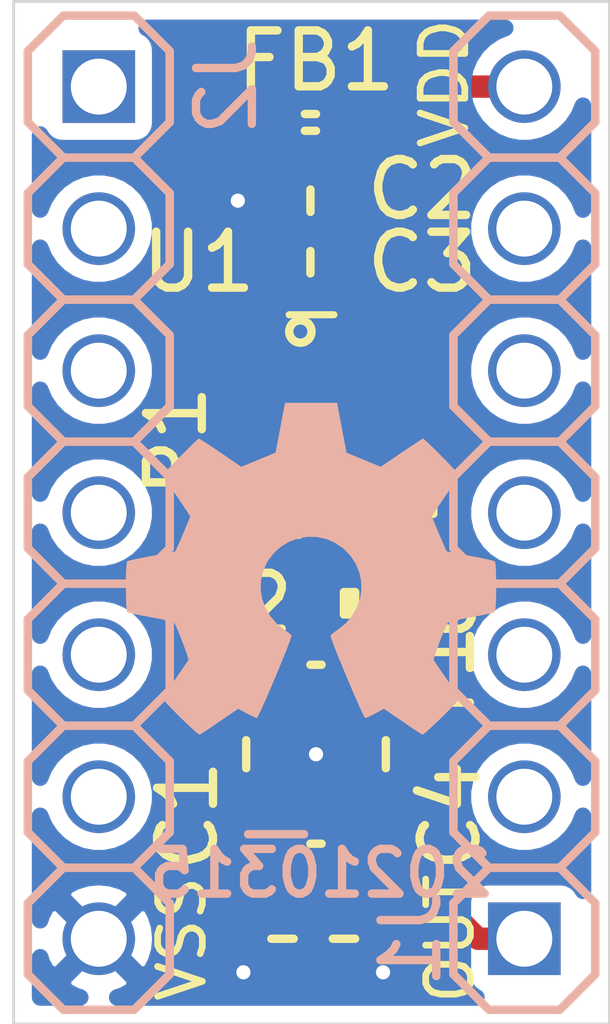
<source format=kicad_pcb>
(kicad_pcb (version 20171130) (host pcbnew 5.1.9-73d0e3b20d~88~ubuntu20.10.1)

  (general
    (thickness 1.6)
    (drawings 7)
    (tracks 71)
    (zones 0)
    (modules 14)
    (nets 21)
  )

  (page A4)
  (layers
    (0 F.Cu signal)
    (31 B.Cu signal)
    (32 B.Adhes user)
    (33 F.Adhes user)
    (34 B.Paste user)
    (35 F.Paste user)
    (36 B.SilkS user)
    (37 F.SilkS user)
    (38 B.Mask user)
    (39 F.Mask user)
    (40 Dwgs.User user)
    (41 Cmts.User user)
    (42 Eco1.User user)
    (43 Eco2.User user)
    (44 Edge.Cuts user)
    (45 Margin user)
    (46 B.CrtYd user)
    (47 F.CrtYd user)
    (48 B.Fab user)
    (49 F.Fab user)
  )

  (setup
    (last_trace_width 0.4)
    (user_trace_width 0.2)
    (user_trace_width 0.3)
    (user_trace_width 0.4)
    (user_trace_width 0.6)
    (user_trace_width 0.8)
    (user_trace_width 1)
    (user_trace_width 1.2)
    (user_trace_width 1.4)
    (user_trace_width 1.6)
    (user_trace_width 2)
    (trace_clearance 0.2)
    (zone_clearance 0.3)
    (zone_45_only no)
    (trace_min 0.1524)
    (via_size 0.8)
    (via_drill 0.4)
    (via_min_size 0.381)
    (via_min_drill 0.254)
    (user_via 0.4 0.254)
    (user_via 0.5 0.3)
    (user_via 0.6 0.4)
    (user_via 0.8 0.6)
    (user_via 1.1 0.8)
    (user_via 1.3 1)
    (user_via 1.5 1.2)
    (user_via 1.7 1.4)
    (user_via 1.9 1.6)
    (user_via 2.5 2)
    (uvia_size 0.3)
    (uvia_drill 0.1)
    (uvias_allowed no)
    (uvia_min_size 0.2)
    (uvia_min_drill 0.1)
    (edge_width 0.05)
    (segment_width 0.2)
    (pcb_text_width 0.3)
    (pcb_text_size 1.5 1.5)
    (mod_edge_width 0.12)
    (mod_text_size 0.8 0.8)
    (mod_text_width 0.12)
    (pad_size 1.524 1.524)
    (pad_drill 0.762)
    (pad_to_mask_clearance 0.0762)
    (solder_mask_min_width 0.1016)
    (pad_to_paste_clearance_ratio -0.1)
    (aux_axis_origin 0 0)
    (visible_elements FFFFFF7F)
    (pcbplotparams
      (layerselection 0x010fc_ffffffff)
      (usegerberextensions false)
      (usegerberattributes true)
      (usegerberadvancedattributes true)
      (creategerberjobfile true)
      (excludeedgelayer true)
      (linewidth 0.100000)
      (plotframeref false)
      (viasonmask false)
      (mode 1)
      (useauxorigin false)
      (hpglpennumber 1)
      (hpglpenspeed 20)
      (hpglpendiameter 15.000000)
      (psnegative false)
      (psa4output false)
      (plotreference true)
      (plotvalue true)
      (plotinvisibletext false)
      (padsonsilk false)
      (subtractmaskfromsilk false)
      (outputformat 1)
      (mirror false)
      (drillshape 1)
      (scaleselection 1)
      (outputdirectory ""))
  )

  (net 0 "")
  (net 1 /VSS)
  (net 2 "Net-(C1-Pad1)")
  (net 3 /VDD_int)
  (net 4 "Net-(C4-Pad1)")
  (net 5 /VDD)
  (net 6 /OUT)
  (net 7 "Net-(J1-Pad2)")
  (net 8 "Net-(J1-Pad3)")
  (net 9 "Net-(J1-Pad4)")
  (net 10 "Net-(J1-Pad5)")
  (net 11 "Net-(J1-Pad6)")
  (net 12 "Net-(J2-Pad1)")
  (net 13 "Net-(J2-Pad2)")
  (net 14 "Net-(J2-Pad3)")
  (net 15 "Net-(J2-Pad4)")
  (net 16 "Net-(J2-Pad5)")
  (net 17 "Net-(J2-Pad6)")
  (net 18 "Net-(R1-Pad1)")
  (net 19 "Net-(R3-Pad2)")
  (net 20 "Net-(U1-Pad1)")

  (net_class Default "This is the default net class."
    (clearance 0.2)
    (trace_width 0.25)
    (via_dia 0.8)
    (via_drill 0.4)
    (uvia_dia 0.3)
    (uvia_drill 0.1)
    (add_net /OUT)
    (add_net /VDD)
    (add_net /VDD_int)
    (add_net /VSS)
    (add_net "Net-(C1-Pad1)")
    (add_net "Net-(C4-Pad1)")
    (add_net "Net-(J1-Pad2)")
    (add_net "Net-(J1-Pad3)")
    (add_net "Net-(J1-Pad4)")
    (add_net "Net-(J1-Pad5)")
    (add_net "Net-(J1-Pad6)")
    (add_net "Net-(J2-Pad1)")
    (add_net "Net-(J2-Pad2)")
    (add_net "Net-(J2-Pad3)")
    (add_net "Net-(J2-Pad4)")
    (add_net "Net-(J2-Pad5)")
    (add_net "Net-(J2-Pad6)")
    (add_net "Net-(R1-Pad1)")
    (add_net "Net-(R3-Pad2)")
    (add_net "Net-(U1-Pad1)")
  )

  (module SquantorRcl:R_0805+0603 (layer F.Cu) (tedit 5DB204EF) (tstamp 6044C226)
    (at 159.7 68.4 180)
    (descr "Resistor SMD 0805, reflow soldering, Vishay (see dcrcw.pdf)")
    (tags "resistor 0805")
    (path /6044E086)
    (attr smd)
    (fp_text reference R1 (at 2.1 1.1 90) (layer F.SilkS)
      (effects (font (size 1 1) (thickness 0.15)))
    )
    (fp_text value Rf (at 2.1 1 90) (layer F.Fab)
      (effects (font (size 1 1) (thickness 0.15)))
    )
    (fp_line (start -1 0.625) (end -1 -0.625) (layer F.Fab) (width 0.1))
    (fp_line (start 1 0.625) (end -1 0.625) (layer F.Fab) (width 0.1))
    (fp_line (start 1 -0.625) (end 1 0.625) (layer F.Fab) (width 0.1))
    (fp_line (start -1 -0.625) (end 1 -0.625) (layer F.Fab) (width 0.1))
    (fp_line (start -1.55 -0.95) (end 1.55 -0.95) (layer F.CrtYd) (width 0.05))
    (fp_line (start -1.55 0.95) (end 1.55 0.95) (layer F.CrtYd) (width 0.05))
    (fp_line (start -1.55 -0.95) (end -1.55 0.95) (layer F.CrtYd) (width 0.05))
    (fp_line (start 1.55 -0.95) (end 1.55 0.95) (layer F.CrtYd) (width 0.05))
    (fp_poly (pts (xy -0.1 -0.6) (xy -0.1 0.6) (xy 0.1 0.6) (xy 0.1 -0.6)) (layer F.SilkS) (width 0.1))
    (pad 2 smd rect (at 0.775 0 180) (size 1.05 1.3) (layers F.Cu F.Paste F.Mask)
      (net 2 "Net-(C1-Pad1)"))
    (pad 1 smd rect (at -0.775 0 180) (size 1.05 1.3) (layers F.Cu F.Paste F.Mask)
      (net 18 "Net-(R1-Pad1)"))
    (model ${KISYS3DMOD}/Resistor_SMD.3dshapes/R_0805_2012Metric.step
      (at (xyz 0 0 0))
      (scale (xyz 1 1 1))
      (rotate (xyz 0 0 0))
    )
  )

  (module SquantorCrystal:Crystal_3225_4 (layer F.Cu) (tedit 5D56AE32) (tstamp 6044C27D)
    (at 160.1 72.9 270)
    (descr "SMD crystal 3225 size")
    (tags "SMD 3225")
    (path /6044F99D)
    (attr smd)
    (fp_text reference Y1 (at -1.4 -2.3 270) (layer F.SilkS)
      (effects (font (size 1 1) (thickness 0.15)))
    )
    (fp_text value Any (at -0.3 -2.2 90) (layer F.Fab)
      (effects (font (size 1 1) (thickness 0.15)))
    )
    (fp_line (start -2.05 1.45) (end -2.05 1.7) (layer F.SilkS) (width 0.15))
    (fp_line (start -2.05 1.7) (end -1.8 1.7) (layer F.SilkS) (width 0.15))
    (fp_line (start -2.05 1.7) (end -2.05 -1.7) (layer F.CrtYd) (width 0.05))
    (fp_line (start 2.05 1.7) (end -2.05 1.7) (layer F.CrtYd) (width 0.05))
    (fp_line (start 2.05 -1.7) (end 2.05 1.7) (layer F.CrtYd) (width 0.05))
    (fp_line (start -2.05 -1.7) (end 2.05 -1.7) (layer F.CrtYd) (width 0.05))
    (fp_line (start -1.6 1.25) (end -1.6 -1.25) (layer F.Fab) (width 0.15))
    (fp_line (start 1.6 1.25) (end -1.6 1.25) (layer F.Fab) (width 0.15))
    (fp_line (start 1.6 -1.25) (end 1.6 1.25) (layer F.Fab) (width 0.15))
    (fp_line (start -1.6 -1.25) (end 1.6 -1.25) (layer F.Fab) (width 0.15))
    (fp_line (start -0.25 1.25) (end 0.25 1.25) (layer F.SilkS) (width 0.15))
    (fp_line (start 1.6 0.1) (end 1.6 -0.1) (layer F.SilkS) (width 0.15))
    (fp_line (start -0.25 -1.25) (end 0.25 -1.25) (layer F.SilkS) (width 0.15))
    (fp_line (start -1.6 -0.1) (end -1.6 0.1) (layer F.SilkS) (width 0.15))
    (pad 1 smd rect (at -1.1 0.85 270) (size 1.4 1.2) (layers F.Cu F.Paste F.Mask)
      (net 2 "Net-(C1-Pad1)"))
    (pad 2 smd rect (at 1.1 0.85 270) (size 1.4 1.2) (layers F.Cu F.Paste F.Mask)
      (net 1 /VSS))
    (pad 3 smd rect (at 1.1 -0.85 270) (size 1.4 1.2) (layers F.Cu F.Paste F.Mask)
      (net 4 "Net-(C4-Pad1)"))
    (pad 4 smd rect (at -1.1 -0.85 270) (size 1.4 1.2) (layers F.Cu F.Paste F.Mask)
      (net 1 /VSS))
    (model ${KISYS3DMOD}/Crystal.3dshapes/Crystal_SMD_3225-4Pin_3.2x2.5mm.step
      (at (xyz 0 0 0))
      (scale (xyz 1 1 1))
      (rotate (xyz 0 0 0))
    )
  )

  (module SquantorIC:SOT363-hand locked (layer F.Cu) (tedit 5D56B004) (tstamp 6044C267)
    (at 160.02 66.04 270)
    (descr "SOT363 Plastic surface-mounted package; 6 leads SC-88 NXP specification")
    (tags "SOT363-hand SC-88 NXP")
    (path /6044BBF5)
    (fp_text reference U1 (at -1.94 2.02) (layer F.SilkS)
      (effects (font (size 1 1) (thickness 0.15)))
    )
    (fp_text value 74X1GX04 (at -1.94 1.62) (layer F.Fab)
      (effects (font (size 1 1) (thickness 0.15)))
    )
    (fp_line (start 1.3 -1.8) (end -1.3 -1.8) (layer F.CrtYd) (width 0.05))
    (fp_line (start 1.3 1.8) (end 1.3 -1.8) (layer F.CrtYd) (width 0.05))
    (fp_line (start -1.3 1.8) (end 1.3 1.8) (layer F.CrtYd) (width 0.05))
    (fp_line (start -1.3 -1.8) (end -1.3 1.8) (layer F.CrtYd) (width 0.05))
    (fp_poly (pts (xy -0.775 -0.625) (xy -0.525 -0.625) (xy -0.525 -0.925) (xy -0.775 -0.925)) (layer Dwgs.User) (width 0))
    (fp_poly (pts (xy -0.775 0.925) (xy -0.525 0.925) (xy -0.525 0.625) (xy -0.775 0.625)) (layer Dwgs.User) (width 0))
    (fp_poly (pts (xy 0.525 0.925) (xy 0.775 0.925) (xy 0.775 0.625) (xy 0.525 0.625)) (layer Dwgs.User) (width 0))
    (fp_poly (pts (xy -0.125 0.925) (xy 0.125 0.925) (xy 0.125 0.625) (xy -0.125 0.625)) (layer Dwgs.User) (width 0))
    (fp_poly (pts (xy 0.525 -0.625) (xy 0.775 -0.625) (xy 0.775 -0.925) (xy 0.525 -0.925)) (layer Dwgs.User) (width 0))
    (fp_poly (pts (xy -0.125 -0.625) (xy 0.125 -0.625) (xy 0.125 -0.925) (xy -0.125 -0.925)) (layer Dwgs.User) (width 0))
    (fp_circle (center -0.7 0.2) (end -0.5 0.2) (layer F.SilkS) (width 0.15))
    (fp_line (start -1 0.4) (end -1 -0.4) (layer F.SilkS) (width 0.127))
    (fp_line (start 1 0.4) (end 1 -0.4) (layer F.SilkS) (width 0.127))
    (fp_line (start 1 0.625) (end -1 0.625) (layer Dwgs.User) (width 0.127))
    (fp_line (start -1 -0.625) (end 1 -0.625) (layer Dwgs.User) (width 0.127))
    (fp_line (start 1 0.625) (end 1 -0.625) (layer Dwgs.User) (width 0.127))
    (fp_line (start -1 -0.625) (end -1 0.625) (layer Dwgs.User) (width 0.127))
    (pad 3 smd rect (at 0.75 1.05 270) (size 0.6 0.9) (layers F.Cu F.Paste F.Mask)
      (net 2 "Net-(C1-Pad1)"))
    (pad 2 smd rect (at 0 1.05 270) (size 0.4 0.9) (layers F.Cu F.Paste F.Mask)
      (net 1 /VSS))
    (pad 1 smd rect (at -0.75 1.05 270) (size 0.6 0.9) (layers F.Cu F.Paste F.Mask)
      (net 20 "Net-(U1-Pad1)"))
    (pad 4 smd rect (at 0.75 -1.05 270) (size 0.6 0.9) (layers F.Cu F.Paste F.Mask)
      (net 18 "Net-(R1-Pad1)"))
    (pad 5 smd rect (at 0 -1.05 270) (size 0.4 0.9) (layers F.Cu F.Paste F.Mask)
      (net 3 /VDD_int))
    (pad 6 smd rect (at -0.75 -1.05 270) (size 0.6 0.9) (layers F.Cu F.Paste F.Mask)
      (net 19 "Net-(R3-Pad2)"))
    (model ${KISYS3DMOD}/Package_TO_SOT_SMD.3dshapes/SOT-363_SC-70-6.step
      (at (xyz 0 0 0))
      (scale (xyz 1 1 1))
      (rotate (xyz 0 0 90))
    )
  )

  (module SquantorRcl:R_0402_hand (layer F.Cu) (tedit 5D440136) (tstamp 6044C24C)
    (at 162 68.5 90)
    (descr "Resistor SMD 0402, reflow soldering, Vishay (see dcrcw.pdf)")
    (tags "resistor 0402")
    (path /6044D171)
    (attr smd)
    (fp_text reference R3 (at -1.7 0.1 180) (layer F.SilkS)
      (effects (font (size 1 1) (thickness 0.15)))
    )
    (fp_text value 100 (at -1.7 0.2) (layer F.Fab)
      (effects (font (size 1 1) (thickness 0.15)))
    )
    (fp_line (start 0 -0.2) (end 0 0.2) (layer F.SilkS) (width 0.15))
    (fp_line (start -0.1 0.2) (end -0.1 -0.2) (layer F.SilkS) (width 0.15))
    (fp_line (start 0.1 0.2) (end -0.1 0.2) (layer F.SilkS) (width 0.15))
    (fp_line (start 0.1 -0.2) (end 0.1 0.2) (layer F.SilkS) (width 0.15))
    (fp_line (start -0.1 -0.2) (end 0.1 -0.2) (layer F.SilkS) (width 0.15))
    (fp_line (start 1.1 -0.55) (end 1.1 0.55) (layer F.CrtYd) (width 0.05))
    (fp_line (start -1.1 -0.55) (end -1.1 0.55) (layer F.CrtYd) (width 0.05))
    (fp_line (start -1.1 0.55) (end 1.1 0.55) (layer F.CrtYd) (width 0.05))
    (fp_line (start -1.1 -0.55) (end 1.1 -0.55) (layer F.CrtYd) (width 0.05))
    (fp_line (start -0.5 -0.25) (end 0.5 -0.25) (layer F.Fab) (width 0.1))
    (fp_line (start 0.5 -0.25) (end 0.5 0.25) (layer F.Fab) (width 0.1))
    (fp_line (start 0.5 0.25) (end -0.5 0.25) (layer F.Fab) (width 0.1))
    (fp_line (start -0.5 0.25) (end -0.5 -0.25) (layer F.Fab) (width 0.1))
    (pad 2 smd rect (at 0.55 0 90) (size 0.6 0.6) (layers F.Cu F.Paste F.Mask)
      (net 19 "Net-(R3-Pad2)"))
    (pad 1 smd rect (at -0.55 0 90) (size 0.6 0.6) (layers F.Cu F.Paste F.Mask)
      (net 6 /OUT))
    (model ${KISYS3DMOD}/Resistor_SMD.3dshapes/R_0402_1005Metric.step
      (at (xyz 0 0 0))
      (scale (xyz 1 1 1))
      (rotate (xyz 0 0 0))
    )
  )

  (module SquantorRcl:R_0402_hand (layer F.Cu) (tedit 5D440136) (tstamp 6044C239)
    (at 160.7 70.2 180)
    (descr "Resistor SMD 0402, reflow soldering, Vishay (see dcrcw.pdf)")
    (tags "resistor 0402")
    (path /60450469)
    (attr smd)
    (fp_text reference R2 (at 2 0) (layer F.SilkS)
      (effects (font (size 1 1) (thickness 0.15)))
    )
    (fp_text value Rs (at 2 0) (layer F.Fab)
      (effects (font (size 1 1) (thickness 0.15)))
    )
    (fp_line (start 0 -0.2) (end 0 0.2) (layer F.SilkS) (width 0.15))
    (fp_line (start -0.1 0.2) (end -0.1 -0.2) (layer F.SilkS) (width 0.15))
    (fp_line (start 0.1 0.2) (end -0.1 0.2) (layer F.SilkS) (width 0.15))
    (fp_line (start 0.1 -0.2) (end 0.1 0.2) (layer F.SilkS) (width 0.15))
    (fp_line (start -0.1 -0.2) (end 0.1 -0.2) (layer F.SilkS) (width 0.15))
    (fp_line (start 1.1 -0.55) (end 1.1 0.55) (layer F.CrtYd) (width 0.05))
    (fp_line (start -1.1 -0.55) (end -1.1 0.55) (layer F.CrtYd) (width 0.05))
    (fp_line (start -1.1 0.55) (end 1.1 0.55) (layer F.CrtYd) (width 0.05))
    (fp_line (start -1.1 -0.55) (end 1.1 -0.55) (layer F.CrtYd) (width 0.05))
    (fp_line (start -0.5 -0.25) (end 0.5 -0.25) (layer F.Fab) (width 0.1))
    (fp_line (start 0.5 -0.25) (end 0.5 0.25) (layer F.Fab) (width 0.1))
    (fp_line (start 0.5 0.25) (end -0.5 0.25) (layer F.Fab) (width 0.1))
    (fp_line (start -0.5 0.25) (end -0.5 -0.25) (layer F.Fab) (width 0.1))
    (pad 2 smd rect (at 0.55 0 180) (size 0.6 0.6) (layers F.Cu F.Paste F.Mask)
      (net 18 "Net-(R1-Pad1)"))
    (pad 1 smd rect (at -0.55 0 180) (size 0.6 0.6) (layers F.Cu F.Paste F.Mask)
      (net 4 "Net-(C4-Pad1)"))
    (model ${KISYS3DMOD}/Resistor_SMD.3dshapes/R_0402_1005Metric.step
      (at (xyz 0 0 0))
      (scale (xyz 1 1 1))
      (rotate (xyz 0 0 0))
    )
  )

  (module SquantorConnectors:Header-0254-1X07-H010 locked (layer B.Cu) (tedit 6044B6D8) (tstamp 6044C207)
    (at 156.21 68.58 270)
    (descr "7pin 2.54mm header")
    (tags "pinheader 7pin 2.54")
    (path /6045524F)
    (attr virtual)
    (fp_text reference J2 (at -7.62 -2.286 270) (layer B.SilkS)
      (effects (font (size 1 1) (thickness 0.15)) (justify mirror))
    )
    (fp_text value Conn_01x07 (at 0 -2.1 270) (layer B.Fab)
      (effects (font (size 1 1) (thickness 0.15)) (justify mirror))
    )
    (fp_line (start 6.985 1.27) (end 8.255 1.27) (layer B.SilkS) (width 0.1524))
    (fp_line (start 8.255 1.27) (end 8.89 0.635) (layer B.SilkS) (width 0.1524))
    (fp_line (start 8.89 0.635) (end 8.89 -0.635) (layer B.SilkS) (width 0.1524))
    (fp_line (start 8.89 -0.635) (end 8.255 -1.27) (layer B.SilkS) (width 0.1524))
    (fp_line (start 3.81 0.635) (end 4.445 1.27) (layer B.SilkS) (width 0.1524))
    (fp_line (start 4.445 1.27) (end 5.715 1.27) (layer B.SilkS) (width 0.1524))
    (fp_line (start 5.715 1.27) (end 6.35 0.635) (layer B.SilkS) (width 0.1524))
    (fp_line (start 6.35 0.635) (end 6.35 -0.635) (layer B.SilkS) (width 0.1524))
    (fp_line (start 6.35 -0.635) (end 5.715 -1.27) (layer B.SilkS) (width 0.1524))
    (fp_line (start 5.715 -1.27) (end 4.445 -1.27) (layer B.SilkS) (width 0.1524))
    (fp_line (start 4.445 -1.27) (end 3.81 -0.635) (layer B.SilkS) (width 0.1524))
    (fp_line (start 6.985 1.27) (end 6.35 0.635) (layer B.SilkS) (width 0.1524))
    (fp_line (start 6.35 -0.635) (end 6.985 -1.27) (layer B.SilkS) (width 0.1524))
    (fp_line (start 8.255 -1.27) (end 6.985 -1.27) (layer B.SilkS) (width 0.1524))
    (fp_line (start -0.635 1.27) (end 0.635 1.27) (layer B.SilkS) (width 0.1524))
    (fp_line (start 0.635 1.27) (end 1.27 0.635) (layer B.SilkS) (width 0.1524))
    (fp_line (start 1.27 0.635) (end 1.27 -0.635) (layer B.SilkS) (width 0.1524))
    (fp_line (start 1.27 -0.635) (end 0.635 -1.27) (layer B.SilkS) (width 0.1524))
    (fp_line (start 1.27 0.635) (end 1.905 1.27) (layer B.SilkS) (width 0.1524))
    (fp_line (start 1.905 1.27) (end 3.175 1.27) (layer B.SilkS) (width 0.1524))
    (fp_line (start 3.175 1.27) (end 3.81 0.635) (layer B.SilkS) (width 0.1524))
    (fp_line (start 3.81 0.635) (end 3.81 -0.635) (layer B.SilkS) (width 0.1524))
    (fp_line (start 3.81 -0.635) (end 3.175 -1.27) (layer B.SilkS) (width 0.1524))
    (fp_line (start 3.175 -1.27) (end 1.905 -1.27) (layer B.SilkS) (width 0.1524))
    (fp_line (start 1.905 -1.27) (end 1.27 -0.635) (layer B.SilkS) (width 0.1524))
    (fp_line (start -3.81 0.635) (end -3.175 1.27) (layer B.SilkS) (width 0.1524))
    (fp_line (start -3.175 1.27) (end -1.905 1.27) (layer B.SilkS) (width 0.1524))
    (fp_line (start -1.905 1.27) (end -1.27 0.635) (layer B.SilkS) (width 0.1524))
    (fp_line (start -1.27 0.635) (end -1.27 -0.635) (layer B.SilkS) (width 0.1524))
    (fp_line (start -1.27 -0.635) (end -1.905 -1.27) (layer B.SilkS) (width 0.1524))
    (fp_line (start -1.905 -1.27) (end -3.175 -1.27) (layer B.SilkS) (width 0.1524))
    (fp_line (start -3.175 -1.27) (end -3.81 -0.635) (layer B.SilkS) (width 0.1524))
    (fp_line (start -0.635 1.27) (end -1.27 0.635) (layer B.SilkS) (width 0.1524))
    (fp_line (start -1.27 -0.635) (end -0.635 -1.27) (layer B.SilkS) (width 0.1524))
    (fp_line (start 0.635 -1.27) (end -0.635 -1.27) (layer B.SilkS) (width 0.1524))
    (fp_line (start -8.255 1.27) (end -6.985 1.27) (layer B.SilkS) (width 0.1524))
    (fp_line (start -6.985 1.27) (end -6.35 0.635) (layer B.SilkS) (width 0.1524))
    (fp_line (start -6.35 0.635) (end -6.35 -0.635) (layer B.SilkS) (width 0.1524))
    (fp_line (start -6.35 -0.635) (end -6.985 -1.27) (layer B.SilkS) (width 0.1524))
    (fp_line (start -6.35 0.635) (end -5.715 1.27) (layer B.SilkS) (width 0.1524))
    (fp_line (start -5.715 1.27) (end -4.445 1.27) (layer B.SilkS) (width 0.1524))
    (fp_line (start -4.445 1.27) (end -3.81 0.635) (layer B.SilkS) (width 0.1524))
    (fp_line (start -3.81 0.635) (end -3.81 -0.635) (layer B.SilkS) (width 0.1524))
    (fp_line (start -3.81 -0.635) (end -4.445 -1.27) (layer B.SilkS) (width 0.1524))
    (fp_line (start -4.445 -1.27) (end -5.715 -1.27) (layer B.SilkS) (width 0.1524))
    (fp_line (start -5.715 -1.27) (end -6.35 -0.635) (layer B.SilkS) (width 0.1524))
    (fp_line (start -8.89 0.635) (end -8.89 -0.635) (layer B.SilkS) (width 0.1524))
    (fp_line (start -8.255 1.27) (end -8.89 0.635) (layer B.SilkS) (width 0.1524))
    (fp_line (start -8.89 -0.635) (end -8.255 -1.27) (layer B.SilkS) (width 0.1524))
    (fp_line (start -6.985 -1.27) (end -8.255 -1.27) (layer B.SilkS) (width 0.1524))
    (pad 1 thru_hole rect (at -7.62 0 90) (size 1.3 1.3) (drill 1) (layers *.Cu *.Mask)
      (net 12 "Net-(J2-Pad1)"))
    (pad 2 thru_hole circle (at -5.08 0 90) (size 1.3 1.3) (drill 1) (layers *.Cu *.Mask)
      (net 13 "Net-(J2-Pad2)"))
    (pad 3 thru_hole circle (at -2.54 0 90) (size 1.3 1.3) (drill 1) (layers *.Cu *.Mask)
      (net 14 "Net-(J2-Pad3)"))
    (pad 4 thru_hole circle (at 0 0 90) (size 1.3 1.3) (drill 1) (layers *.Cu *.Mask)
      (net 15 "Net-(J2-Pad4)"))
    (pad 5 thru_hole circle (at 2.54 0 90) (size 1.3 1.3) (drill 1) (layers *.Cu *.Mask)
      (net 16 "Net-(J2-Pad5)"))
    (pad 6 thru_hole circle (at 5.08 0 90) (size 1.3 1.3) (drill 1) (layers *.Cu *.Mask)
      (net 17 "Net-(J2-Pad6)"))
    (pad 7 thru_hole circle (at 7.62 0 90) (size 1.3 1.3) (drill 1) (layers *.Cu *.Mask)
      (net 1 /VSS))
  )

  (module SquantorConnectors:Header-0254-1X07-H010 locked (layer B.Cu) (tedit 6044B6D8) (tstamp 6044C1CA)
    (at 163.83 68.58 90)
    (descr "7pin 2.54mm header")
    (tags "pinheader 7pin 2.54")
    (path /60458EF9)
    (attr virtual)
    (fp_text reference J1 (at -7.62 -2.032 270) (layer B.SilkS)
      (effects (font (size 1 1) (thickness 0.15)) (justify mirror))
    )
    (fp_text value Conn_01x07 (at 0 -2.1 270) (layer B.Fab)
      (effects (font (size 1 1) (thickness 0.15)) (justify mirror))
    )
    (fp_line (start 6.985 1.27) (end 8.255 1.27) (layer B.SilkS) (width 0.1524))
    (fp_line (start 8.255 1.27) (end 8.89 0.635) (layer B.SilkS) (width 0.1524))
    (fp_line (start 8.89 0.635) (end 8.89 -0.635) (layer B.SilkS) (width 0.1524))
    (fp_line (start 8.89 -0.635) (end 8.255 -1.27) (layer B.SilkS) (width 0.1524))
    (fp_line (start 3.81 0.635) (end 4.445 1.27) (layer B.SilkS) (width 0.1524))
    (fp_line (start 4.445 1.27) (end 5.715 1.27) (layer B.SilkS) (width 0.1524))
    (fp_line (start 5.715 1.27) (end 6.35 0.635) (layer B.SilkS) (width 0.1524))
    (fp_line (start 6.35 0.635) (end 6.35 -0.635) (layer B.SilkS) (width 0.1524))
    (fp_line (start 6.35 -0.635) (end 5.715 -1.27) (layer B.SilkS) (width 0.1524))
    (fp_line (start 5.715 -1.27) (end 4.445 -1.27) (layer B.SilkS) (width 0.1524))
    (fp_line (start 4.445 -1.27) (end 3.81 -0.635) (layer B.SilkS) (width 0.1524))
    (fp_line (start 6.985 1.27) (end 6.35 0.635) (layer B.SilkS) (width 0.1524))
    (fp_line (start 6.35 -0.635) (end 6.985 -1.27) (layer B.SilkS) (width 0.1524))
    (fp_line (start 8.255 -1.27) (end 6.985 -1.27) (layer B.SilkS) (width 0.1524))
    (fp_line (start -0.635 1.27) (end 0.635 1.27) (layer B.SilkS) (width 0.1524))
    (fp_line (start 0.635 1.27) (end 1.27 0.635) (layer B.SilkS) (width 0.1524))
    (fp_line (start 1.27 0.635) (end 1.27 -0.635) (layer B.SilkS) (width 0.1524))
    (fp_line (start 1.27 -0.635) (end 0.635 -1.27) (layer B.SilkS) (width 0.1524))
    (fp_line (start 1.27 0.635) (end 1.905 1.27) (layer B.SilkS) (width 0.1524))
    (fp_line (start 1.905 1.27) (end 3.175 1.27) (layer B.SilkS) (width 0.1524))
    (fp_line (start 3.175 1.27) (end 3.81 0.635) (layer B.SilkS) (width 0.1524))
    (fp_line (start 3.81 0.635) (end 3.81 -0.635) (layer B.SilkS) (width 0.1524))
    (fp_line (start 3.81 -0.635) (end 3.175 -1.27) (layer B.SilkS) (width 0.1524))
    (fp_line (start 3.175 -1.27) (end 1.905 -1.27) (layer B.SilkS) (width 0.1524))
    (fp_line (start 1.905 -1.27) (end 1.27 -0.635) (layer B.SilkS) (width 0.1524))
    (fp_line (start -3.81 0.635) (end -3.175 1.27) (layer B.SilkS) (width 0.1524))
    (fp_line (start -3.175 1.27) (end -1.905 1.27) (layer B.SilkS) (width 0.1524))
    (fp_line (start -1.905 1.27) (end -1.27 0.635) (layer B.SilkS) (width 0.1524))
    (fp_line (start -1.27 0.635) (end -1.27 -0.635) (layer B.SilkS) (width 0.1524))
    (fp_line (start -1.27 -0.635) (end -1.905 -1.27) (layer B.SilkS) (width 0.1524))
    (fp_line (start -1.905 -1.27) (end -3.175 -1.27) (layer B.SilkS) (width 0.1524))
    (fp_line (start -3.175 -1.27) (end -3.81 -0.635) (layer B.SilkS) (width 0.1524))
    (fp_line (start -0.635 1.27) (end -1.27 0.635) (layer B.SilkS) (width 0.1524))
    (fp_line (start -1.27 -0.635) (end -0.635 -1.27) (layer B.SilkS) (width 0.1524))
    (fp_line (start 0.635 -1.27) (end -0.635 -1.27) (layer B.SilkS) (width 0.1524))
    (fp_line (start -8.255 1.27) (end -6.985 1.27) (layer B.SilkS) (width 0.1524))
    (fp_line (start -6.985 1.27) (end -6.35 0.635) (layer B.SilkS) (width 0.1524))
    (fp_line (start -6.35 0.635) (end -6.35 -0.635) (layer B.SilkS) (width 0.1524))
    (fp_line (start -6.35 -0.635) (end -6.985 -1.27) (layer B.SilkS) (width 0.1524))
    (fp_line (start -6.35 0.635) (end -5.715 1.27) (layer B.SilkS) (width 0.1524))
    (fp_line (start -5.715 1.27) (end -4.445 1.27) (layer B.SilkS) (width 0.1524))
    (fp_line (start -4.445 1.27) (end -3.81 0.635) (layer B.SilkS) (width 0.1524))
    (fp_line (start -3.81 0.635) (end -3.81 -0.635) (layer B.SilkS) (width 0.1524))
    (fp_line (start -3.81 -0.635) (end -4.445 -1.27) (layer B.SilkS) (width 0.1524))
    (fp_line (start -4.445 -1.27) (end -5.715 -1.27) (layer B.SilkS) (width 0.1524))
    (fp_line (start -5.715 -1.27) (end -6.35 -0.635) (layer B.SilkS) (width 0.1524))
    (fp_line (start -8.89 0.635) (end -8.89 -0.635) (layer B.SilkS) (width 0.1524))
    (fp_line (start -8.255 1.27) (end -8.89 0.635) (layer B.SilkS) (width 0.1524))
    (fp_line (start -8.89 -0.635) (end -8.255 -1.27) (layer B.SilkS) (width 0.1524))
    (fp_line (start -6.985 -1.27) (end -8.255 -1.27) (layer B.SilkS) (width 0.1524))
    (pad 1 thru_hole rect (at -7.62 0 270) (size 1.3 1.3) (drill 1) (layers *.Cu *.Mask)
      (net 6 /OUT))
    (pad 2 thru_hole circle (at -5.08 0 270) (size 1.3 1.3) (drill 1) (layers *.Cu *.Mask)
      (net 7 "Net-(J1-Pad2)"))
    (pad 3 thru_hole circle (at -2.54 0 270) (size 1.3 1.3) (drill 1) (layers *.Cu *.Mask)
      (net 8 "Net-(J1-Pad3)"))
    (pad 4 thru_hole circle (at 0 0 270) (size 1.3 1.3) (drill 1) (layers *.Cu *.Mask)
      (net 9 "Net-(J1-Pad4)"))
    (pad 5 thru_hole circle (at 2.54 0 270) (size 1.3 1.3) (drill 1) (layers *.Cu *.Mask)
      (net 10 "Net-(J1-Pad5)"))
    (pad 6 thru_hole circle (at 5.08 0 270) (size 1.3 1.3) (drill 1) (layers *.Cu *.Mask)
      (net 11 "Net-(J1-Pad6)"))
    (pad 7 thru_hole circle (at 7.62 0 270) (size 1.3 1.3) (drill 1) (layers *.Cu *.Mask)
      (net 5 /VDD))
  )

  (module SquantorRcl:L_0402 (layer F.Cu) (tedit 5D554A2D) (tstamp 6044C18D)
    (at 160 61.6 180)
    (descr "Inductor SMD 0402")
    (tags "Inductor 0402")
    (path /6045B1B5)
    (attr smd)
    (fp_text reference FB1 (at -0.1 1.1) (layer F.SilkS)
      (effects (font (size 1 1) (thickness 0.15)))
    )
    (fp_text value 600 (at 0 1.1) (layer F.Fab)
      (effects (font (size 1 1) (thickness 0.15)))
    )
    (fp_line (start -0.1 0.15) (end 0.1 0.15) (layer F.SilkS) (width 0.15))
    (fp_line (start -0.1 -0.15) (end 0.1 -0.15) (layer F.SilkS) (width 0.15))
    (fp_line (start 1.1 -0.55) (end 1.1 0.55) (layer F.CrtYd) (width 0.05))
    (fp_line (start -1.1 -0.55) (end -1.1 0.55) (layer F.CrtYd) (width 0.05))
    (fp_line (start -1.1 0.55) (end 1.1 0.55) (layer F.CrtYd) (width 0.05))
    (fp_line (start -1.1 -0.55) (end 1.1 -0.55) (layer F.CrtYd) (width 0.05))
    (fp_line (start -0.5 -0.25) (end 0.5 -0.25) (layer F.Fab) (width 0.1))
    (fp_line (start 0.5 -0.25) (end 0.5 0.25) (layer F.Fab) (width 0.1))
    (fp_line (start 0.5 0.25) (end -0.5 0.25) (layer F.Fab) (width 0.1))
    (fp_line (start -0.5 0.25) (end -0.5 -0.25) (layer F.Fab) (width 0.1))
    (pad 2 smd rect (at 0.55 0 180) (size 0.6 0.6) (layers F.Cu F.Paste F.Mask)
      (net 3 /VDD_int))
    (pad 1 smd rect (at -0.55 0 180) (size 0.6 0.6) (layers F.Cu F.Paste F.Mask)
      (net 5 /VDD))
    (model ${KISYS3DMOD}/Inductor_SMD.3dshapes/L_0402_1005Metric.step
      (at (xyz 0 0 0))
      (scale (xyz 1 1 1))
      (rotate (xyz 0 0 0))
    )
  )

  (module SquantorRcl:C_0402 (layer F.Cu) (tedit 5D442507) (tstamp 6044DDCD)
    (at 160.6 76.2 270)
    (descr "Capacitor SMD 0402, reflow soldering, AVX (see smccp.pdf)")
    (tags "capacitor 0402")
    (path /60452BA8)
    (attr smd)
    (fp_text reference C4 (at -2.2 -1.9 90) (layer F.SilkS)
      (effects (font (size 1 1) (thickness 0.15)))
    )
    (fp_text value TBD (at -2.2 -1.9 90) (layer F.Fab)
      (effects (font (size 1 1) (thickness 0.15)))
    )
    (fp_line (start 0 -0.2) (end 0 0.2) (layer F.SilkS) (width 0.15))
    (fp_line (start 1.1 -0.55) (end 1.1 0.55) (layer F.CrtYd) (width 0.05))
    (fp_line (start -1.1 -0.55) (end -1.1 0.55) (layer F.CrtYd) (width 0.05))
    (fp_line (start -1.1 0.55) (end 1.1 0.55) (layer F.CrtYd) (width 0.05))
    (fp_line (start -1.1 -0.55) (end 1.1 -0.55) (layer F.CrtYd) (width 0.05))
    (fp_line (start -0.5 -0.25) (end 0.5 -0.25) (layer F.Fab) (width 0.1))
    (fp_line (start 0.5 -0.25) (end 0.5 0.25) (layer F.Fab) (width 0.1))
    (fp_line (start 0.5 0.25) (end -0.5 0.25) (layer F.Fab) (width 0.1))
    (fp_line (start -0.5 0.25) (end -0.5 -0.25) (layer F.Fab) (width 0.1))
    (pad 2 smd rect (at 0.55 0 270) (size 0.6 0.6) (layers F.Cu F.Paste F.Mask)
      (net 1 /VSS))
    (pad 1 smd rect (at -0.55 0 270) (size 0.6 0.6) (layers F.Cu F.Paste F.Mask)
      (net 4 "Net-(C4-Pad1)"))
    (model ${KISYS3DMOD}/Capacitor_SMD.3dshapes/C_0402_1005Metric.step
      (at (xyz 0 0 0))
      (scale (xyz 1 1 1))
      (rotate (xyz 0 0 0))
    )
  )

  (module SquantorRcl:C_0402 (layer F.Cu) (tedit 5D442507) (tstamp 6044C16E)
    (at 160 64.1 180)
    (descr "Capacitor SMD 0402, reflow soldering, AVX (see smccp.pdf)")
    (tags "capacitor 0402")
    (path /6044C445)
    (attr smd)
    (fp_text reference C3 (at -2 0) (layer F.SilkS)
      (effects (font (size 1 1) (thickness 0.15)))
    )
    (fp_text value 100n (at -2 0) (layer F.Fab)
      (effects (font (size 1 1) (thickness 0.15)))
    )
    (fp_line (start 0 -0.2) (end 0 0.2) (layer F.SilkS) (width 0.15))
    (fp_line (start 1.1 -0.55) (end 1.1 0.55) (layer F.CrtYd) (width 0.05))
    (fp_line (start -1.1 -0.55) (end -1.1 0.55) (layer F.CrtYd) (width 0.05))
    (fp_line (start -1.1 0.55) (end 1.1 0.55) (layer F.CrtYd) (width 0.05))
    (fp_line (start -1.1 -0.55) (end 1.1 -0.55) (layer F.CrtYd) (width 0.05))
    (fp_line (start -0.5 -0.25) (end 0.5 -0.25) (layer F.Fab) (width 0.1))
    (fp_line (start 0.5 -0.25) (end 0.5 0.25) (layer F.Fab) (width 0.1))
    (fp_line (start 0.5 0.25) (end -0.5 0.25) (layer F.Fab) (width 0.1))
    (fp_line (start -0.5 0.25) (end -0.5 -0.25) (layer F.Fab) (width 0.1))
    (pad 2 smd rect (at 0.55 0 180) (size 0.6 0.6) (layers F.Cu F.Paste F.Mask)
      (net 1 /VSS))
    (pad 1 smd rect (at -0.55 0 180) (size 0.6 0.6) (layers F.Cu F.Paste F.Mask)
      (net 3 /VDD_int))
    (model ${KISYS3DMOD}/Capacitor_SMD.3dshapes/C_0402_1005Metric.step
      (at (xyz 0 0 0))
      (scale (xyz 1 1 1))
      (rotate (xyz 0 0 0))
    )
  )

  (module SquantorRcl:C_0402 (layer F.Cu) (tedit 5D442507) (tstamp 6044D254)
    (at 160 63 180)
    (descr "Capacitor SMD 0402, reflow soldering, AVX (see smccp.pdf)")
    (tags "capacitor 0402")
    (path /6045C041)
    (attr smd)
    (fp_text reference C2 (at -2 0.2) (layer F.SilkS)
      (effects (font (size 1 1) (thickness 0.15)))
    )
    (fp_text value 1u (at -2 0.2) (layer F.Fab)
      (effects (font (size 1 1) (thickness 0.15)))
    )
    (fp_line (start 0 -0.2) (end 0 0.2) (layer F.SilkS) (width 0.15))
    (fp_line (start 1.1 -0.55) (end 1.1 0.55) (layer F.CrtYd) (width 0.05))
    (fp_line (start -1.1 -0.55) (end -1.1 0.55) (layer F.CrtYd) (width 0.05))
    (fp_line (start -1.1 0.55) (end 1.1 0.55) (layer F.CrtYd) (width 0.05))
    (fp_line (start -1.1 -0.55) (end 1.1 -0.55) (layer F.CrtYd) (width 0.05))
    (fp_line (start -0.5 -0.25) (end 0.5 -0.25) (layer F.Fab) (width 0.1))
    (fp_line (start 0.5 -0.25) (end 0.5 0.25) (layer F.Fab) (width 0.1))
    (fp_line (start 0.5 0.25) (end -0.5 0.25) (layer F.Fab) (width 0.1))
    (fp_line (start -0.5 0.25) (end -0.5 -0.25) (layer F.Fab) (width 0.1))
    (pad 2 smd rect (at 0.55 0 180) (size 0.6 0.6) (layers F.Cu F.Paste F.Mask)
      (net 1 /VSS))
    (pad 1 smd rect (at -0.55 0 180) (size 0.6 0.6) (layers F.Cu F.Paste F.Mask)
      (net 3 /VDD_int))
    (model ${KISYS3DMOD}/Capacitor_SMD.3dshapes/C_0402_1005Metric.step
      (at (xyz 0 0 0))
      (scale (xyz 1 1 1))
      (rotate (xyz 0 0 0))
    )
  )

  (module SquantorRcl:C_0402 (layer F.Cu) (tedit 5D442507) (tstamp 6044C150)
    (at 159.5 76.2 270)
    (descr "Capacitor SMD 0402, reflow soldering, AVX (see smccp.pdf)")
    (tags "capacitor 0402")
    (path /6045220D)
    (attr smd)
    (fp_text reference C1 (at -2.2 1.7 90) (layer F.SilkS)
      (effects (font (size 1 1) (thickness 0.15)))
    )
    (fp_text value TBD (at -2.2 1.7 90) (layer F.Fab)
      (effects (font (size 1 1) (thickness 0.15)))
    )
    (fp_line (start 0 -0.2) (end 0 0.2) (layer F.SilkS) (width 0.15))
    (fp_line (start 1.1 -0.55) (end 1.1 0.55) (layer F.CrtYd) (width 0.05))
    (fp_line (start -1.1 -0.55) (end -1.1 0.55) (layer F.CrtYd) (width 0.05))
    (fp_line (start -1.1 0.55) (end 1.1 0.55) (layer F.CrtYd) (width 0.05))
    (fp_line (start -1.1 -0.55) (end 1.1 -0.55) (layer F.CrtYd) (width 0.05))
    (fp_line (start -0.5 -0.25) (end 0.5 -0.25) (layer F.Fab) (width 0.1))
    (fp_line (start 0.5 -0.25) (end 0.5 0.25) (layer F.Fab) (width 0.1))
    (fp_line (start 0.5 0.25) (end -0.5 0.25) (layer F.Fab) (width 0.1))
    (fp_line (start -0.5 0.25) (end -0.5 -0.25) (layer F.Fab) (width 0.1))
    (pad 2 smd rect (at 0.55 0 270) (size 0.6 0.6) (layers F.Cu F.Paste F.Mask)
      (net 1 /VSS))
    (pad 1 smd rect (at -0.55 0 270) (size 0.6 0.6) (layers F.Cu F.Paste F.Mask)
      (net 2 "Net-(C1-Pad1)"))
    (model ${KISYS3DMOD}/Capacitor_SMD.3dshapes/C_0402_1005Metric.step
      (at (xyz 0 0 0))
      (scale (xyz 1 1 1))
      (rotate (xyz 0 0 0))
    )
  )

  (module Symbol:OSHW-Symbol_6.7x6mm_SilkScreen (layer B.Cu) (tedit 0) (tstamp 5EE12086)
    (at 160.02 69.596 180)
    (descr "Open Source Hardware Symbol")
    (tags "Logo Symbol OSHW")
    (path /5EE13678)
    (attr virtual)
    (fp_text reference N2 (at 0 0) (layer B.SilkS) hide
      (effects (font (size 1 1) (thickness 0.15)) (justify mirror))
    )
    (fp_text value OHWLOGO (at 0.75 0) (layer B.Fab) hide
      (effects (font (size 1 1) (thickness 0.15)) (justify mirror))
    )
    (fp_poly (pts (xy 0.555814 2.531069) (xy 0.639635 2.086445) (xy 0.94892 1.958947) (xy 1.258206 1.831449)
      (xy 1.629246 2.083754) (xy 1.733157 2.154004) (xy 1.827087 2.216728) (xy 1.906652 2.269062)
      (xy 1.96747 2.308143) (xy 2.005157 2.331107) (xy 2.015421 2.336058) (xy 2.03391 2.323324)
      (xy 2.07342 2.288118) (xy 2.129522 2.234938) (xy 2.197787 2.168282) (xy 2.273786 2.092646)
      (xy 2.353092 2.012528) (xy 2.431275 1.932426) (xy 2.503907 1.856836) (xy 2.566559 1.790255)
      (xy 2.614803 1.737182) (xy 2.64421 1.702113) (xy 2.651241 1.690377) (xy 2.641123 1.66874)
      (xy 2.612759 1.621338) (xy 2.569129 1.552807) (xy 2.513218 1.467785) (xy 2.448006 1.370907)
      (xy 2.410219 1.31565) (xy 2.341343 1.214752) (xy 2.28014 1.123701) (xy 2.229578 1.04703)
      (xy 2.192628 0.989272) (xy 2.172258 0.954957) (xy 2.169197 0.947746) (xy 2.176136 0.927252)
      (xy 2.195051 0.879487) (xy 2.223087 0.811168) (xy 2.257391 0.729011) (xy 2.295109 0.63973)
      (xy 2.333387 0.550042) (xy 2.36937 0.466662) (xy 2.400206 0.396306) (xy 2.423039 0.34569)
      (xy 2.435017 0.321529) (xy 2.435724 0.320578) (xy 2.454531 0.315964) (xy 2.504618 0.305672)
      (xy 2.580793 0.290713) (xy 2.677865 0.272099) (xy 2.790643 0.250841) (xy 2.856442 0.238582)
      (xy 2.97695 0.215638) (xy 3.085797 0.193805) (xy 3.177476 0.174278) (xy 3.246481 0.158252)
      (xy 3.287304 0.146921) (xy 3.295511 0.143326) (xy 3.303548 0.118994) (xy 3.310033 0.064041)
      (xy 3.31497 -0.015108) (xy 3.318364 -0.112026) (xy 3.320218 -0.220287) (xy 3.320538 -0.333465)
      (xy 3.319327 -0.445135) (xy 3.31659 -0.548868) (xy 3.312331 -0.638241) (xy 3.306555 -0.706826)
      (xy 3.299267 -0.748197) (xy 3.294895 -0.75681) (xy 3.268764 -0.767133) (xy 3.213393 -0.781892)
      (xy 3.136107 -0.799352) (xy 3.04423 -0.81778) (xy 3.012158 -0.823741) (xy 2.857524 -0.852066)
      (xy 2.735375 -0.874876) (xy 2.641673 -0.89308) (xy 2.572384 -0.907583) (xy 2.523471 -0.919292)
      (xy 2.490897 -0.929115) (xy 2.470628 -0.937956) (xy 2.458626 -0.946724) (xy 2.456947 -0.948457)
      (xy 2.440184 -0.976371) (xy 2.414614 -1.030695) (xy 2.382788 -1.104777) (xy 2.34726 -1.191965)
      (xy 2.310583 -1.285608) (xy 2.275311 -1.379052) (xy 2.243996 -1.465647) (xy 2.219193 -1.53874)
      (xy 2.203454 -1.591678) (xy 2.199332 -1.617811) (xy 2.199676 -1.618726) (xy 2.213641 -1.640086)
      (xy 2.245322 -1.687084) (xy 2.291391 -1.754827) (xy 2.348518 -1.838423) (xy 2.413373 -1.932982)
      (xy 2.431843 -1.959854) (xy 2.497699 -2.057275) (xy 2.55565 -2.146163) (xy 2.602538 -2.221412)
      (xy 2.635207 -2.27792) (xy 2.6505 -2.310581) (xy 2.651241 -2.314593) (xy 2.638392 -2.335684)
      (xy 2.602888 -2.377464) (xy 2.549293 -2.435445) (xy 2.482171 -2.505135) (xy 2.406087 -2.582045)
      (xy 2.325604 -2.661683) (xy 2.245287 -2.739561) (xy 2.169699 -2.811186) (xy 2.103405 -2.87207)
      (xy 2.050969 -2.917721) (xy 2.016955 -2.94365) (xy 2.007545 -2.947883) (xy 1.985643 -2.937912)
      (xy 1.9408 -2.91102) (xy 1.880321 -2.871736) (xy 1.833789 -2.840117) (xy 1.749475 -2.782098)
      (xy 1.649626 -2.713784) (xy 1.549473 -2.645579) (xy 1.495627 -2.609075) (xy 1.313371 -2.4858)
      (xy 1.160381 -2.56852) (xy 1.090682 -2.604759) (xy 1.031414 -2.632926) (xy 0.991311 -2.648991)
      (xy 0.981103 -2.651226) (xy 0.968829 -2.634722) (xy 0.944613 -2.588082) (xy 0.910263 -2.515609)
      (xy 0.867588 -2.421606) (xy 0.818394 -2.310374) (xy 0.76449 -2.186215) (xy 0.707684 -2.053432)
      (xy 0.649782 -1.916327) (xy 0.592593 -1.779202) (xy 0.537924 -1.646358) (xy 0.487584 -1.522098)
      (xy 0.44338 -1.410725) (xy 0.407119 -1.316539) (xy 0.380609 -1.243844) (xy 0.365658 -1.196941)
      (xy 0.363254 -1.180833) (xy 0.382311 -1.160286) (xy 0.424036 -1.126933) (xy 0.479706 -1.087702)
      (xy 0.484378 -1.084599) (xy 0.628264 -0.969423) (xy 0.744283 -0.835053) (xy 0.83143 -0.685784)
      (xy 0.888699 -0.525913) (xy 0.915086 -0.359737) (xy 0.909585 -0.191552) (xy 0.87119 -0.025655)
      (xy 0.798895 0.133658) (xy 0.777626 0.168513) (xy 0.666996 0.309263) (xy 0.536302 0.422286)
      (xy 0.390064 0.506997) (xy 0.232808 0.562806) (xy 0.069057 0.589126) (xy -0.096667 0.58537)
      (xy -0.259838 0.55095) (xy -0.415935 0.485277) (xy -0.560433 0.387765) (xy -0.605131 0.348187)
      (xy -0.718888 0.224297) (xy -0.801782 0.093876) (xy -0.858644 -0.052315) (xy -0.890313 -0.197088)
      (xy -0.898131 -0.35986) (xy -0.872062 -0.52344) (xy -0.814755 -0.682298) (xy -0.728856 -0.830906)
      (xy -0.617014 -0.963735) (xy -0.481877 -1.075256) (xy -0.464117 -1.087011) (xy -0.40785 -1.125508)
      (xy -0.365077 -1.158863) (xy -0.344628 -1.18016) (xy -0.344331 -1.180833) (xy -0.348721 -1.203871)
      (xy -0.366124 -1.256157) (xy -0.394732 -1.33339) (xy -0.432735 -1.431268) (xy -0.478326 -1.545491)
      (xy -0.529697 -1.671758) (xy -0.585038 -1.805767) (xy -0.642542 -1.943218) (xy -0.700399 -2.079808)
      (xy -0.756802 -2.211237) (xy -0.809942 -2.333205) (xy -0.85801 -2.441409) (xy -0.899199 -2.531549)
      (xy -0.931699 -2.599323) (xy -0.953703 -2.64043) (xy -0.962564 -2.651226) (xy -0.98964 -2.642819)
      (xy -1.040303 -2.620272) (xy -1.105817 -2.587613) (xy -1.141841 -2.56852) (xy -1.294832 -2.4858)
      (xy -1.477088 -2.609075) (xy -1.570125 -2.672228) (xy -1.671985 -2.741727) (xy -1.767438 -2.807165)
      (xy -1.81525 -2.840117) (xy -1.882495 -2.885273) (xy -1.939436 -2.921057) (xy -1.978646 -2.942938)
      (xy -1.991381 -2.947563) (xy -2.009917 -2.935085) (xy -2.050941 -2.900252) (xy -2.110475 -2.846678)
      (xy -2.184542 -2.777983) (xy -2.269165 -2.697781) (xy -2.322685 -2.646286) (xy -2.416319 -2.554286)
      (xy -2.497241 -2.471999) (xy -2.562177 -2.402945) (xy -2.607858 -2.350644) (xy -2.631011 -2.318616)
      (xy -2.633232 -2.312116) (xy -2.622924 -2.287394) (xy -2.594439 -2.237405) (xy -2.550937 -2.167212)
      (xy -2.495577 -2.081875) (xy -2.43152 -1.986456) (xy -2.413303 -1.959854) (xy -2.346927 -1.863167)
      (xy -2.287378 -1.776117) (xy -2.237984 -1.703595) (xy -2.202075 -1.650493) (xy -2.182981 -1.621703)
      (xy -2.181136 -1.618726) (xy -2.183895 -1.595782) (xy -2.198538 -1.545336) (xy -2.222513 -1.474041)
      (xy -2.253266 -1.388547) (xy -2.288244 -1.295507) (xy -2.324893 -1.201574) (xy -2.360661 -1.113399)
      (xy -2.392994 -1.037634) (xy -2.419338 -0.980931) (xy -2.437142 -0.949943) (xy -2.438407 -0.948457)
      (xy -2.449294 -0.939601) (xy -2.467682 -0.930843) (xy -2.497606 -0.921277) (xy -2.543103 -0.909996)
      (xy -2.608209 -0.896093) (xy -2.696961 -0.878663) (xy -2.813393 -0.856798) (xy -2.961542 -0.829591)
      (xy -2.993618 -0.823741) (xy -3.088686 -0.805374) (xy -3.171565 -0.787405) (xy -3.23493 -0.771569)
      (xy -3.271458 -0.7596) (xy -3.276356 -0.75681) (xy -3.284427 -0.732072) (xy -3.290987 -0.67679)
      (xy -3.296033 -0.597389) (xy -3.299559 -0.500296) (xy -3.301561 -0.391938) (xy -3.302036 -0.27874)
      (xy -3.300977 -0.167128) (xy -3.298382 -0.063529) (xy -3.294246 0.025632) (xy -3.288563 0.093928)
      (xy -3.281331 0.134934) (xy -3.276971 0.143326) (xy -3.252698 0.151792) (xy -3.197426 0.165565)
      (xy -3.116662 0.18345) (xy -3.015912 0.204252) (xy -2.900683 0.226777) (xy -2.837902 0.238582)
      (xy -2.718787 0.260849) (xy -2.612565 0.281021) (xy -2.524427 0.298085) (xy -2.459566 0.311031)
      (xy -2.423174 0.318845) (xy -2.417184 0.320578) (xy -2.407061 0.34011) (xy -2.385662 0.387157)
      (xy -2.355839 0.454997) (xy -2.320445 0.536909) (xy -2.282332 0.626172) (xy -2.244353 0.716065)
      (xy -2.20936 0.799865) (xy -2.180206 0.870853) (xy -2.159743 0.922306) (xy -2.150823 0.947503)
      (xy -2.150657 0.948604) (xy -2.160769 0.968481) (xy -2.189117 1.014223) (xy -2.232723 1.081283)
      (xy -2.288606 1.165116) (xy -2.353787 1.261174) (xy -2.391679 1.31635) (xy -2.460725 1.417519)
      (xy -2.52205 1.50937) (xy -2.572663 1.587256) (xy -2.609571 1.646531) (xy -2.629782 1.682549)
      (xy -2.632701 1.690623) (xy -2.620153 1.709416) (xy -2.585463 1.749543) (xy -2.533063 1.806507)
      (xy -2.467384 1.875815) (xy -2.392856 1.952969) (xy -2.313913 2.033475) (xy -2.234983 2.112837)
      (xy -2.1605 2.18656) (xy -2.094894 2.250148) (xy -2.042596 2.299106) (xy -2.008039 2.328939)
      (xy -1.996478 2.336058) (xy -1.977654 2.326047) (xy -1.932631 2.297922) (xy -1.865787 2.254546)
      (xy -1.781499 2.198782) (xy -1.684144 2.133494) (xy -1.610707 2.083754) (xy -1.239667 1.831449)
      (xy -0.621095 2.086445) (xy -0.537275 2.531069) (xy -0.453454 2.975693) (xy 0.471994 2.975693)
      (xy 0.555814 2.531069)) (layer B.SilkS) (width 0.01))
  )

  (module SquantorLabels:Label_Generic (layer B.Cu) (tedit 5D8A7D4C) (tstamp 5EE12051)
    (at 159.385 74.93)
    (descr "Label for general purpose use")
    (tags Label)
    (path /5EE12BF3)
    (attr smd)
    (fp_text reference N1 (at 0 -1.85) (layer B.Fab) hide
      (effects (font (size 1 1) (thickness 0.15)) (justify mirror))
    )
    (fp_text value 20210315 (at 0.8 0.1) (layer B.SilkS)
      (effects (font (size 0.8 0.8) (thickness 0.15)) (justify mirror))
    )
    (fp_line (start -0.5 -0.6) (end 0.5 -0.6) (layer B.SilkS) (width 0.15))
  )

  (gr_text VDD (at 162.4 60.9 90) (layer F.SilkS)
    (effects (font (size 0.8 0.8) (thickness 0.12)))
  )
  (gr_text OUT (at 162.5 76.2 90) (layer F.SilkS)
    (effects (font (size 0.8 0.8) (thickness 0.12)))
  )
  (gr_text VSS (at 157.7 76.2 90) (layer F.SilkS)
    (effects (font (size 0.8 0.8) (thickness 0.12)))
  )
  (gr_line (start 154.686 77.724) (end 154.686 59.436) (layer Edge.Cuts) (width 0.05) (tstamp 6044CFD5))
  (gr_line (start 165.354 77.724) (end 154.686 77.724) (layer Edge.Cuts) (width 0.05))
  (gr_line (start 165.354 59.436) (end 165.354 77.724) (layer Edge.Cuts) (width 0.05))
  (gr_line (start 154.686 59.436) (end 165.354 59.436) (layer Edge.Cuts) (width 0.05))

  (segment (start 158.97 66.04) (end 158.24 66.04) (width 0.4) (layer F.Cu) (net 1))
  (segment (start 158.24 66.04) (end 157.9 65.7) (width 0.4) (layer F.Cu) (net 1))
  (segment (start 157.9 65.7) (end 157.9 64.6) (width 0.4) (layer F.Cu) (net 1))
  (segment (start 158.4 64.1) (end 159.45 64.1) (width 0.4) (layer F.Cu) (net 1))
  (segment (start 157.9 64.6) (end 158.4 64.1) (width 0.4) (layer F.Cu) (net 1))
  (segment (start 159.45 64.1) (end 159.45 63) (width 0.4) (layer F.Cu) (net 1))
  (via (at 158.7 63) (size 0.4) (drill 0.254) (layers F.Cu B.Cu) (net 1))
  (segment (start 159.45 63) (end 158.7 63) (width 0.4) (layer F.Cu) (net 1))
  (segment (start 159.25 74) (end 159.25 73.05) (width 0.2) (layer F.Cu) (net 1))
  (via (at 160.1 72.9) (size 0.4) (drill 0.254) (layers F.Cu B.Cu) (net 1))
  (segment (start 159.4 72.9) (end 160.1 72.9) (width 0.2) (layer F.Cu) (net 1))
  (segment (start 159.25 73.05) (end 159.4 72.9) (width 0.2) (layer F.Cu) (net 1))
  (segment (start 160.95 71.8) (end 160.95 72.75) (width 0.2) (layer F.Cu) (net 1))
  (segment (start 160.8 72.9) (end 160.1 72.9) (width 0.2) (layer F.Cu) (net 1))
  (segment (start 160.95 72.75) (end 160.8 72.9) (width 0.2) (layer F.Cu) (net 1))
  (via (at 158.8 76.8) (size 0.4) (drill 0.254) (layers F.Cu B.Cu) (net 1))
  (segment (start 158.85 76.75) (end 158.8 76.8) (width 0.4) (layer F.Cu) (net 1))
  (segment (start 159.5 76.75) (end 158.85 76.75) (width 0.4) (layer F.Cu) (net 1))
  (via (at 161.3 76.8) (size 0.4) (drill 0.254) (layers F.Cu B.Cu) (net 1))
  (segment (start 161.25 76.75) (end 161.3 76.8) (width 0.4) (layer F.Cu) (net 1))
  (segment (start 160.6 76.75) (end 161.25 76.75) (width 0.4) (layer F.Cu) (net 1))
  (segment (start 159.25 70.55) (end 159.25 71.8) (width 0.2) (layer F.Cu) (net 2))
  (segment (start 158.75 75.65) (end 159.5 75.65) (width 0.2) (layer F.Cu) (net 2))
  (segment (start 158.2 75.1) (end 158.75 75.65) (width 0.2) (layer F.Cu) (net 2))
  (segment (start 158.2 72) (end 158.2 75.1) (width 0.2) (layer F.Cu) (net 2))
  (segment (start 158.4 71.8) (end 158.2 72) (width 0.2) (layer F.Cu) (net 2))
  (segment (start 159.25 71.8) (end 158.4 71.8) (width 0.2) (layer F.Cu) (net 2))
  (segment (start 158.97 66.79) (end 158.97 67.33) (width 0.2) (layer F.Cu) (net 2))
  (segment (start 158.925 67.375) (end 158.925 68.4) (width 0.2) (layer F.Cu) (net 2))
  (segment (start 158.97 67.33) (end 158.925 67.375) (width 0.2) (layer F.Cu) (net 2))
  (segment (start 158.925 68.4) (end 158.925 69.325) (width 0.2) (layer F.Cu) (net 2))
  (segment (start 159.25 69.65) (end 159.25 70.55) (width 0.2) (layer F.Cu) (net 2))
  (segment (start 158.925 69.325) (end 159.25 69.65) (width 0.2) (layer F.Cu) (net 2))
  (segment (start 160.55 63) (end 160.55 64.1) (width 0.4) (layer F.Cu) (net 3))
  (segment (start 160.55 64.45) (end 160.55 64.1) (width 0.4) (layer F.Cu) (net 3))
  (segment (start 160.1 64.9) (end 160.55 64.45) (width 0.4) (layer F.Cu) (net 3))
  (segment (start 160.1 65.7) (end 160.1 64.9) (width 0.4) (layer F.Cu) (net 3))
  (segment (start 160.44 66.04) (end 160.1 65.7) (width 0.4) (layer F.Cu) (net 3))
  (segment (start 161.07 66.04) (end 160.44 66.04) (width 0.4) (layer F.Cu) (net 3))
  (segment (start 159.6 62.3) (end 159.45 62.15) (width 0.4) (layer F.Cu) (net 3))
  (segment (start 159.45 62.15) (end 159.45 61.6) (width 0.4) (layer F.Cu) (net 3))
  (segment (start 160.55 62.35) (end 160.5 62.3) (width 0.4) (layer F.Cu) (net 3))
  (segment (start 160.5 62.3) (end 159.6 62.3) (width 0.4) (layer F.Cu) (net 3))
  (segment (start 160.55 63) (end 160.55 62.35) (width 0.4) (layer F.Cu) (net 3))
  (segment (start 160.95 74) (end 161.8 74) (width 0.2) (layer F.Cu) (net 4))
  (segment (start 161.8 74) (end 162 73.8) (width 0.2) (layer F.Cu) (net 4))
  (segment (start 162 73.8) (end 162 70.5) (width 0.2) (layer F.Cu) (net 4))
  (segment (start 162 70.5) (end 161.7 70.2) (width 0.2) (layer F.Cu) (net 4))
  (segment (start 160.6 75.65) (end 160.6 75.2) (width 0.2) (layer F.Cu) (net 4))
  (segment (start 160.95 74.85) (end 160.95 74) (width 0.2) (layer F.Cu) (net 4))
  (segment (start 160.6 75.2) (end 160.95 74.85) (width 0.2) (layer F.Cu) (net 4))
  (segment (start 161.25 70.2) (end 161.7 70.2) (width 0.2) (layer F.Cu) (net 4))
  (segment (start 160.55 61.6) (end 161.5 61.6) (width 0.4) (layer F.Cu) (net 5))
  (segment (start 162.14 60.96) (end 163.83 60.96) (width 0.4) (layer F.Cu) (net 5))
  (segment (start 161.5 61.6) (end 162.14 60.96) (width 0.4) (layer F.Cu) (net 5))
  (segment (start 163 76.2) (end 163.83 76.2) (width 0.4) (layer F.Cu) (net 6))
  (segment (start 162.6 70.1) (end 162.6 75.8) (width 0.4) (layer F.Cu) (net 6))
  (segment (start 162.6 75.8) (end 163 76.2) (width 0.4) (layer F.Cu) (net 6))
  (segment (start 162 69.5) (end 162.6 70.1) (width 0.4) (layer F.Cu) (net 6))
  (segment (start 162 69.05) (end 162 69.5) (width 0.4) (layer F.Cu) (net 6))
  (segment (start 161.07 66.79) (end 161.07 67.23) (width 0.2) (layer F.Cu) (net 18))
  (segment (start 161.07 67.23) (end 160.9 67.4) (width 0.2) (layer F.Cu) (net 18))
  (segment (start 160.9 67.4) (end 160.6 67.4) (width 0.2) (layer F.Cu) (net 18))
  (segment (start 160.475 67.525) (end 160.475 68.4) (width 0.2) (layer F.Cu) (net 18))
  (segment (start 160.6 67.4) (end 160.475 67.525) (width 0.2) (layer F.Cu) (net 18))
  (segment (start 160.475 68.4) (end 160.475 69.225) (width 0.2) (layer F.Cu) (net 18))
  (segment (start 160.15 69.55) (end 160.15 70.2) (width 0.2) (layer F.Cu) (net 18))
  (segment (start 160.475 69.225) (end 160.15 69.55) (width 0.2) (layer F.Cu) (net 18))
  (segment (start 161.07 65.29) (end 161.69 65.29) (width 0.4) (layer F.Cu) (net 19))
  (segment (start 162 65.6) (end 162 67.95) (width 0.4) (layer F.Cu) (net 19))
  (segment (start 161.69 65.29) (end 162 65.6) (width 0.4) (layer F.Cu) (net 19))

  (zone (net 1) (net_name /VSS) (layer B.Cu) (tstamp 0) (hatch edge 0.508)
    (connect_pads (clearance 0.3))
    (min_thickness 0.3)
    (fill yes (arc_segments 32) (thermal_gap 0.3) (thermal_bridge_width 0.4))
    (polygon
      (pts
        (xy 165.1 77.47) (xy 154.94 77.47) (xy 154.94 59.69) (xy 165.1 59.69)
      )
    )
    (filled_polygon
      (pts
        (xy 163.308955 59.985193) (xy 163.128791 60.105575) (xy 162.975575 60.258791) (xy 162.855193 60.438955) (xy 162.772273 60.639142)
        (xy 162.73 60.851659) (xy 162.73 61.068341) (xy 162.772273 61.280858) (xy 162.855193 61.481045) (xy 162.975575 61.661209)
        (xy 163.128791 61.814425) (xy 163.308955 61.934807) (xy 163.509142 62.017727) (xy 163.721659 62.06) (xy 163.938341 62.06)
        (xy 164.150858 62.017727) (xy 164.351045 61.934807) (xy 164.531209 61.814425) (xy 164.684425 61.661209) (xy 164.804807 61.481045)
        (xy 164.879 61.301927) (xy 164.879 63.158073) (xy 164.804807 62.978955) (xy 164.684425 62.798791) (xy 164.531209 62.645575)
        (xy 164.351045 62.525193) (xy 164.150858 62.442273) (xy 163.938341 62.4) (xy 163.721659 62.4) (xy 163.509142 62.442273)
        (xy 163.308955 62.525193) (xy 163.128791 62.645575) (xy 162.975575 62.798791) (xy 162.855193 62.978955) (xy 162.772273 63.179142)
        (xy 162.73 63.391659) (xy 162.73 63.608341) (xy 162.772273 63.820858) (xy 162.855193 64.021045) (xy 162.975575 64.201209)
        (xy 163.128791 64.354425) (xy 163.308955 64.474807) (xy 163.509142 64.557727) (xy 163.721659 64.6) (xy 163.938341 64.6)
        (xy 164.150858 64.557727) (xy 164.351045 64.474807) (xy 164.531209 64.354425) (xy 164.684425 64.201209) (xy 164.804807 64.021045)
        (xy 164.879 63.841927) (xy 164.879 65.698073) (xy 164.804807 65.518955) (xy 164.684425 65.338791) (xy 164.531209 65.185575)
        (xy 164.351045 65.065193) (xy 164.150858 64.982273) (xy 163.938341 64.94) (xy 163.721659 64.94) (xy 163.509142 64.982273)
        (xy 163.308955 65.065193) (xy 163.128791 65.185575) (xy 162.975575 65.338791) (xy 162.855193 65.518955) (xy 162.772273 65.719142)
        (xy 162.73 65.931659) (xy 162.73 66.148341) (xy 162.772273 66.360858) (xy 162.855193 66.561045) (xy 162.975575 66.741209)
        (xy 163.128791 66.894425) (xy 163.308955 67.014807) (xy 163.509142 67.097727) (xy 163.721659 67.14) (xy 163.938341 67.14)
        (xy 164.150858 67.097727) (xy 164.351045 67.014807) (xy 164.531209 66.894425) (xy 164.684425 66.741209) (xy 164.804807 66.561045)
        (xy 164.879 66.381927) (xy 164.879 68.238073) (xy 164.804807 68.058955) (xy 164.684425 67.878791) (xy 164.531209 67.725575)
        (xy 164.351045 67.605193) (xy 164.150858 67.522273) (xy 163.938341 67.48) (xy 163.721659 67.48) (xy 163.509142 67.522273)
        (xy 163.308955 67.605193) (xy 163.128791 67.725575) (xy 162.975575 67.878791) (xy 162.855193 68.058955) (xy 162.772273 68.259142)
        (xy 162.73 68.471659) (xy 162.73 68.688341) (xy 162.772273 68.900858) (xy 162.855193 69.101045) (xy 162.975575 69.281209)
        (xy 163.128791 69.434425) (xy 163.308955 69.554807) (xy 163.509142 69.637727) (xy 163.721659 69.68) (xy 163.938341 69.68)
        (xy 164.150858 69.637727) (xy 164.351045 69.554807) (xy 164.531209 69.434425) (xy 164.684425 69.281209) (xy 164.804807 69.101045)
        (xy 164.879001 68.921927) (xy 164.879001 70.778075) (xy 164.804807 70.598955) (xy 164.684425 70.418791) (xy 164.531209 70.265575)
        (xy 164.351045 70.145193) (xy 164.150858 70.062273) (xy 163.938341 70.02) (xy 163.721659 70.02) (xy 163.509142 70.062273)
        (xy 163.308955 70.145193) (xy 163.128791 70.265575) (xy 162.975575 70.418791) (xy 162.855193 70.598955) (xy 162.772273 70.799142)
        (xy 162.73 71.011659) (xy 162.73 71.228341) (xy 162.772273 71.440858) (xy 162.855193 71.641045) (xy 162.975575 71.821209)
        (xy 163.128791 71.974425) (xy 163.308955 72.094807) (xy 163.509142 72.177727) (xy 163.721659 72.22) (xy 163.938341 72.22)
        (xy 164.150858 72.177727) (xy 164.351045 72.094807) (xy 164.531209 71.974425) (xy 164.684425 71.821209) (xy 164.804807 71.641045)
        (xy 164.879001 71.461925) (xy 164.879001 73.318075) (xy 164.804807 73.138955) (xy 164.684425 72.958791) (xy 164.531209 72.805575)
        (xy 164.351045 72.685193) (xy 164.150858 72.602273) (xy 163.938341 72.56) (xy 163.721659 72.56) (xy 163.509142 72.602273)
        (xy 163.308955 72.685193) (xy 163.128791 72.805575) (xy 162.975575 72.958791) (xy 162.855193 73.138955) (xy 162.772273 73.339142)
        (xy 162.73 73.551659) (xy 162.73 73.768341) (xy 162.772273 73.980858) (xy 162.855193 74.181045) (xy 162.975575 74.361209)
        (xy 163.128791 74.514425) (xy 163.308955 74.634807) (xy 163.509142 74.717727) (xy 163.721659 74.76) (xy 163.938341 74.76)
        (xy 164.150858 74.717727) (xy 164.351045 74.634807) (xy 164.531209 74.514425) (xy 164.684425 74.361209) (xy 164.804807 74.181045)
        (xy 164.879001 74.001925) (xy 164.879001 75.341869) (xy 164.855971 75.298784) (xy 164.799737 75.230263) (xy 164.731216 75.174029)
        (xy 164.653041 75.132243) (xy 164.568215 75.106511) (xy 164.48 75.097823) (xy 163.18 75.097823) (xy 163.091785 75.106511)
        (xy 163.006959 75.132243) (xy 162.928784 75.174029) (xy 162.860263 75.230263) (xy 162.804029 75.298784) (xy 162.762243 75.376959)
        (xy 162.736511 75.461785) (xy 162.727823 75.55) (xy 162.727823 76.85) (xy 162.736511 76.938215) (xy 162.762243 77.023041)
        (xy 162.804029 77.101216) (xy 162.860263 77.169737) (xy 162.928784 77.225971) (xy 162.971868 77.249) (xy 156.541112 77.249)
        (xy 156.639089 77.218638) (xy 156.818576 77.122699) (xy 156.875785 76.936496) (xy 156.21 76.270711) (xy 155.544215 76.936496)
        (xy 155.601424 77.122699) (xy 155.793127 77.223697) (xy 155.878373 77.249) (xy 155.161 77.249) (xy 155.161 76.531112)
        (xy 155.191362 76.629089) (xy 155.287301 76.808576) (xy 155.473504 76.865785) (xy 156.139289 76.2) (xy 156.280711 76.2)
        (xy 156.946496 76.865785) (xy 157.132699 76.808576) (xy 157.233697 76.616873) (xy 157.295354 76.40915) (xy 157.315303 76.193389)
        (xy 157.292776 75.977882) (xy 157.228638 75.770911) (xy 157.132699 75.591424) (xy 156.946496 75.534215) (xy 156.280711 76.2)
        (xy 156.139289 76.2) (xy 155.473504 75.534215) (xy 155.287301 75.591424) (xy 155.186303 75.783127) (xy 155.161 75.868373)
        (xy 155.161 75.463504) (xy 155.544215 75.463504) (xy 156.21 76.129289) (xy 156.875785 75.463504) (xy 156.818576 75.277301)
        (xy 156.626873 75.176303) (xy 156.41915 75.114646) (xy 156.203389 75.094697) (xy 155.987882 75.117224) (xy 155.780911 75.181362)
        (xy 155.601424 75.277301) (xy 155.544215 75.463504) (xy 155.161 75.463504) (xy 155.161 74.001927) (xy 155.235193 74.181045)
        (xy 155.355575 74.361209) (xy 155.508791 74.514425) (xy 155.688955 74.634807) (xy 155.889142 74.717727) (xy 156.101659 74.76)
        (xy 156.318341 74.76) (xy 156.530858 74.717727) (xy 156.731045 74.634807) (xy 156.911209 74.514425) (xy 157.064425 74.361209)
        (xy 157.184807 74.181045) (xy 157.267727 73.980858) (xy 157.31 73.768341) (xy 157.31 73.551659) (xy 157.267727 73.339142)
        (xy 157.184807 73.138955) (xy 157.064425 72.958791) (xy 156.911209 72.805575) (xy 156.731045 72.685193) (xy 156.530858 72.602273)
        (xy 156.318341 72.56) (xy 156.101659 72.56) (xy 155.889142 72.602273) (xy 155.688955 72.685193) (xy 155.508791 72.805575)
        (xy 155.355575 72.958791) (xy 155.235193 73.138955) (xy 155.161 73.318073) (xy 155.161 71.461927) (xy 155.235193 71.641045)
        (xy 155.355575 71.821209) (xy 155.508791 71.974425) (xy 155.688955 72.094807) (xy 155.889142 72.177727) (xy 156.101659 72.22)
        (xy 156.318341 72.22) (xy 156.530858 72.177727) (xy 156.731045 72.094807) (xy 156.911209 71.974425) (xy 157.064425 71.821209)
        (xy 157.184807 71.641045) (xy 157.267727 71.440858) (xy 157.31 71.228341) (xy 157.31 71.011659) (xy 157.267727 70.799142)
        (xy 157.184807 70.598955) (xy 157.064425 70.418791) (xy 156.911209 70.265575) (xy 156.731045 70.145193) (xy 156.530858 70.062273)
        (xy 156.318341 70.02) (xy 156.101659 70.02) (xy 155.889142 70.062273) (xy 155.688955 70.145193) (xy 155.508791 70.265575)
        (xy 155.355575 70.418791) (xy 155.235193 70.598955) (xy 155.161 70.778073) (xy 155.161 68.921927) (xy 155.235193 69.101045)
        (xy 155.355575 69.281209) (xy 155.508791 69.434425) (xy 155.688955 69.554807) (xy 155.889142 69.637727) (xy 156.101659 69.68)
        (xy 156.318341 69.68) (xy 156.530858 69.637727) (xy 156.731045 69.554807) (xy 156.911209 69.434425) (xy 157.064425 69.281209)
        (xy 157.184807 69.101045) (xy 157.267727 68.900858) (xy 157.31 68.688341) (xy 157.31 68.471659) (xy 157.267727 68.259142)
        (xy 157.184807 68.058955) (xy 157.064425 67.878791) (xy 156.911209 67.725575) (xy 156.731045 67.605193) (xy 156.530858 67.522273)
        (xy 156.318341 67.48) (xy 156.101659 67.48) (xy 155.889142 67.522273) (xy 155.688955 67.605193) (xy 155.508791 67.725575)
        (xy 155.355575 67.878791) (xy 155.235193 68.058955) (xy 155.161 68.238073) (xy 155.161 66.381927) (xy 155.235193 66.561045)
        (xy 155.355575 66.741209) (xy 155.508791 66.894425) (xy 155.688955 67.014807) (xy 155.889142 67.097727) (xy 156.101659 67.14)
        (xy 156.318341 67.14) (xy 156.530858 67.097727) (xy 156.731045 67.014807) (xy 156.911209 66.894425) (xy 157.064425 66.741209)
        (xy 157.184807 66.561045) (xy 157.267727 66.360858) (xy 157.31 66.148341) (xy 157.31 65.931659) (xy 157.267727 65.719142)
        (xy 157.184807 65.518955) (xy 157.064425 65.338791) (xy 156.911209 65.185575) (xy 156.731045 65.065193) (xy 156.530858 64.982273)
        (xy 156.318341 64.94) (xy 156.101659 64.94) (xy 155.889142 64.982273) (xy 155.688955 65.065193) (xy 155.508791 65.185575)
        (xy 155.355575 65.338791) (xy 155.235193 65.518955) (xy 155.161 65.698073) (xy 155.161 63.841927) (xy 155.235193 64.021045)
        (xy 155.355575 64.201209) (xy 155.508791 64.354425) (xy 155.688955 64.474807) (xy 155.889142 64.557727) (xy 156.101659 64.6)
        (xy 156.318341 64.6) (xy 156.530858 64.557727) (xy 156.731045 64.474807) (xy 156.911209 64.354425) (xy 157.064425 64.201209)
        (xy 157.184807 64.021045) (xy 157.267727 63.820858) (xy 157.31 63.608341) (xy 157.31 63.391659) (xy 157.267727 63.179142)
        (xy 157.184807 62.978955) (xy 157.064425 62.798791) (xy 156.911209 62.645575) (xy 156.731045 62.525193) (xy 156.530858 62.442273)
        (xy 156.318341 62.4) (xy 156.101659 62.4) (xy 155.889142 62.442273) (xy 155.688955 62.525193) (xy 155.508791 62.645575)
        (xy 155.355575 62.798791) (xy 155.235193 62.978955) (xy 155.161 63.158073) (xy 155.161 61.818132) (xy 155.184029 61.861216)
        (xy 155.240263 61.929737) (xy 155.308784 61.985971) (xy 155.386959 62.027757) (xy 155.471785 62.053489) (xy 155.56 62.062177)
        (xy 156.86 62.062177) (xy 156.948215 62.053489) (xy 157.033041 62.027757) (xy 157.111216 61.985971) (xy 157.179737 61.929737)
        (xy 157.235971 61.861216) (xy 157.277757 61.783041) (xy 157.303489 61.698215) (xy 157.312177 61.61) (xy 157.312177 60.31)
        (xy 157.303489 60.221785) (xy 157.277757 60.136959) (xy 157.235971 60.058784) (xy 157.179737 59.990263) (xy 157.111216 59.934029)
        (xy 157.068132 59.911) (xy 163.488073 59.911)
      )
    )
  )
)

</source>
